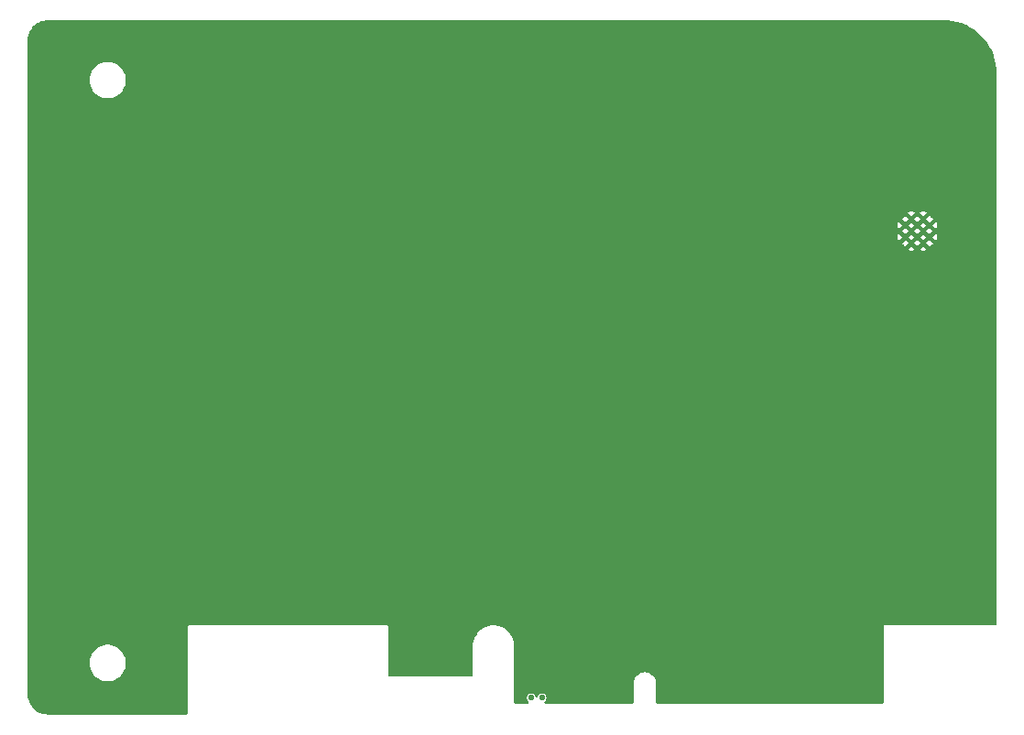
<source format=gbr>
G04 #@! TF.GenerationSoftware,KiCad,Pcbnew,8.0.4*
G04 #@! TF.CreationDate,2024-08-17T23:15:17-04:00*
G04 #@! TF.ProjectId,PCIexpress_x4_low,50434965-7870-4726-9573-735f78345f6c,rev?*
G04 #@! TF.SameCoordinates,Original*
G04 #@! TF.FileFunction,Copper,L3,Inr*
G04 #@! TF.FilePolarity,Positive*
%FSLAX46Y46*%
G04 Gerber Fmt 4.6, Leading zero omitted, Abs format (unit mm)*
G04 Created by KiCad (PCBNEW 8.0.4) date 2024-08-17 23:15:17*
%MOMM*%
%LPD*%
G01*
G04 APERTURE LIST*
G04 #@! TA.AperFunction,ComponentPad*
%ADD10C,0.400000*%
G04 #@! TD*
G04 #@! TA.AperFunction,ViaPad*
%ADD11C,0.550000*%
G04 #@! TD*
G04 APERTURE END LIST*
D10*
X145725000Y-145385000D03*
X145725000Y-144285000D03*
X146275000Y-145935000D03*
X146275000Y-144835000D03*
X146275000Y-143735000D03*
X146825000Y-145385000D03*
X146825000Y-144285000D03*
X147375000Y-145935000D03*
X147375000Y-144835000D03*
X147375000Y-143735000D03*
X147925000Y-145385000D03*
X147925000Y-144285000D03*
D11*
X124125000Y-185500000D03*
X143125000Y-185500000D03*
X135625000Y-185500000D03*
X139625000Y-185500000D03*
X133625000Y-185500000D03*
X129125000Y-185500000D03*
X126625000Y-185500000D03*
X131625000Y-185500000D03*
X137625000Y-185500000D03*
X131625000Y-186500000D03*
X143125000Y-186500000D03*
X135625000Y-186500000D03*
X133625000Y-187500000D03*
X133625000Y-186500000D03*
X129125000Y-187500000D03*
X113125000Y-188000000D03*
X137625000Y-186500000D03*
X126625000Y-186500000D03*
X131625000Y-187500000D03*
X124125000Y-187500000D03*
X124125000Y-186500000D03*
X137625000Y-187500000D03*
X139625000Y-186500000D03*
X135625000Y-187500000D03*
X126625000Y-187500000D03*
X129125000Y-186500000D03*
X139625000Y-187500000D03*
X143125000Y-187500000D03*
X111125000Y-188000000D03*
X112125000Y-188000000D03*
G04 #@! TA.AperFunction,Conductor*
G36*
X149227702Y-125300618D02*
G01*
X149241221Y-125301208D01*
X149648810Y-125319003D01*
X149659547Y-125319943D01*
X150074771Y-125374608D01*
X150085397Y-125376481D01*
X150494286Y-125467130D01*
X150504698Y-125469919D01*
X150904132Y-125595861D01*
X150914267Y-125599550D01*
X151301191Y-125759819D01*
X151310982Y-125764385D01*
X151682442Y-125957755D01*
X151691810Y-125963163D01*
X152045014Y-126188179D01*
X152053875Y-126194384D01*
X152386115Y-126449320D01*
X152394402Y-126456274D01*
X152703155Y-126739195D01*
X152710804Y-126746844D01*
X152993725Y-127055597D01*
X153000679Y-127063884D01*
X153255615Y-127396124D01*
X153261820Y-127404985D01*
X153486836Y-127758189D01*
X153492244Y-127767557D01*
X153685611Y-128139010D01*
X153690183Y-128148814D01*
X153850443Y-128535717D01*
X153854142Y-128545880D01*
X153926553Y-128775538D01*
X153980074Y-128945282D01*
X153982874Y-128955732D01*
X154073515Y-129364589D01*
X154075393Y-129375242D01*
X154130054Y-129790432D01*
X154130997Y-129801208D01*
X154147661Y-130182891D01*
X154149382Y-130222297D01*
X154149500Y-130227706D01*
X154149500Y-181153859D01*
X154129815Y-181220898D01*
X154077011Y-181266653D01*
X154026687Y-181277853D01*
X151765302Y-181299494D01*
X151764115Y-181299500D01*
X143759982Y-181299500D01*
X143732231Y-181310995D01*
X143710995Y-181332231D01*
X143699500Y-181359982D01*
X143699500Y-188401000D01*
X143679815Y-188468039D01*
X143627011Y-188513794D01*
X143575500Y-188525000D01*
X122774500Y-188525000D01*
X122707461Y-188505315D01*
X122661706Y-188452511D01*
X122650500Y-188401000D01*
X122650500Y-186579975D01*
X122636371Y-186504394D01*
X122615577Y-186393156D01*
X122546922Y-186215937D01*
X122446872Y-186054351D01*
X122318834Y-185913900D01*
X122167169Y-185799367D01*
X122010767Y-185721488D01*
X121997041Y-185714653D01*
X121997042Y-185714653D01*
X121892142Y-185684807D01*
X121814242Y-185662643D01*
X121814239Y-185662642D01*
X121814241Y-185662642D01*
X121625001Y-185645107D01*
X121624999Y-185645107D01*
X121435760Y-185662642D01*
X121252957Y-185714653D01*
X121082830Y-185799367D01*
X120931164Y-185913901D01*
X120803129Y-186054349D01*
X120703077Y-186215938D01*
X120703075Y-186215942D01*
X120655383Y-186339052D01*
X120634423Y-186393156D01*
X120623704Y-186450500D01*
X120599500Y-186579975D01*
X120599500Y-188401000D01*
X120579815Y-188468039D01*
X120527011Y-188513794D01*
X120475500Y-188525000D01*
X112465755Y-188525000D01*
X112398716Y-188505315D01*
X112352961Y-188452511D01*
X112343017Y-188383353D01*
X112372042Y-188319797D01*
X112378074Y-188313319D01*
X112453045Y-188238347D01*
X112453050Y-188238342D01*
X112510646Y-188125304D01*
X112510646Y-188125302D01*
X112510647Y-188125301D01*
X112510647Y-188125300D01*
X112530492Y-188000003D01*
X112530492Y-187999996D01*
X112510647Y-187874699D01*
X112510647Y-187874698D01*
X112507281Y-187868092D01*
X112453050Y-187761658D01*
X112453046Y-187761654D01*
X112453045Y-187761652D01*
X112363347Y-187671954D01*
X112363344Y-187671952D01*
X112363342Y-187671950D01*
X112250304Y-187614354D01*
X112250303Y-187614353D01*
X112250300Y-187614352D01*
X112125003Y-187594508D01*
X112124997Y-187594508D01*
X111999699Y-187614352D01*
X111999698Y-187614352D01*
X111924337Y-187652751D01*
X111886658Y-187671950D01*
X111886657Y-187671951D01*
X111886652Y-187671954D01*
X111796954Y-187761652D01*
X111796949Y-187761659D01*
X111735484Y-187882290D01*
X111687510Y-187933085D01*
X111619689Y-187949880D01*
X111553554Y-187927342D01*
X111514516Y-187882290D01*
X111480150Y-187814845D01*
X111453050Y-187761658D01*
X111453047Y-187761655D01*
X111453045Y-187761652D01*
X111363347Y-187671954D01*
X111363344Y-187671952D01*
X111363342Y-187671950D01*
X111250304Y-187614354D01*
X111250303Y-187614353D01*
X111250300Y-187614352D01*
X111125003Y-187594508D01*
X111124997Y-187594508D01*
X110999699Y-187614352D01*
X110999698Y-187614352D01*
X110924337Y-187652751D01*
X110886658Y-187671950D01*
X110886657Y-187671951D01*
X110886652Y-187671954D01*
X110796954Y-187761652D01*
X110796951Y-187761657D01*
X110796950Y-187761658D01*
X110777751Y-187799337D01*
X110739352Y-187874698D01*
X110739352Y-187874699D01*
X110719508Y-187999996D01*
X110719508Y-188000003D01*
X110739352Y-188125300D01*
X110739352Y-188125301D01*
X110757805Y-188161517D01*
X110796950Y-188238342D01*
X110796952Y-188238344D01*
X110796954Y-188238347D01*
X110871926Y-188313319D01*
X110905411Y-188374642D01*
X110900427Y-188444334D01*
X110858555Y-188500267D01*
X110793091Y-188524684D01*
X110784245Y-188525000D01*
X109674500Y-188525000D01*
X109607461Y-188505315D01*
X109561706Y-188452511D01*
X109550500Y-188401000D01*
X109550500Y-183070001D01*
X109534146Y-182951020D01*
X109515097Y-182812428D01*
X109444951Y-182562074D01*
X109444949Y-182562069D01*
X109341373Y-182323610D01*
X109206279Y-182101458D01*
X109042201Y-181899780D01*
X109042199Y-181899777D01*
X108922811Y-181788276D01*
X108852190Y-181722320D01*
X108852187Y-181722317D01*
X108852185Y-181722316D01*
X108639777Y-181572381D01*
X108639778Y-181572381D01*
X108408927Y-181452765D01*
X108163952Y-181365700D01*
X108163950Y-181365699D01*
X107981580Y-181327803D01*
X107909389Y-181312802D01*
X107909387Y-181312801D01*
X107909383Y-181312801D01*
X107650000Y-181295059D01*
X107390616Y-181312801D01*
X107136049Y-181365699D01*
X107136047Y-181365700D01*
X106891072Y-181452765D01*
X106660222Y-181572381D01*
X106608914Y-181608599D01*
X106447815Y-181722316D01*
X106447812Y-181722317D01*
X106447810Y-181722320D01*
X106447809Y-181722320D01*
X106257798Y-181899780D01*
X106093720Y-182101458D01*
X105958626Y-182323610D01*
X105855050Y-182562069D01*
X105784904Y-182812422D01*
X105784903Y-182812428D01*
X105749500Y-183070001D01*
X105749500Y-185876000D01*
X105729815Y-185943039D01*
X105677011Y-185988794D01*
X105625500Y-186000000D01*
X98024500Y-186000000D01*
X97957461Y-185980315D01*
X97911706Y-185927511D01*
X97900500Y-185876000D01*
X97900500Y-181359983D01*
X97900500Y-181359982D01*
X97889006Y-181332233D01*
X97867767Y-181310994D01*
X97840018Y-181299500D01*
X79490018Y-181299500D01*
X79459982Y-181299500D01*
X79432231Y-181310995D01*
X79410995Y-181332231D01*
X79399500Y-181359982D01*
X79399500Y-189425500D01*
X79379815Y-189492539D01*
X79327011Y-189538294D01*
X79275500Y-189549500D01*
X66479067Y-189549500D01*
X66470957Y-189549235D01*
X66231906Y-189533567D01*
X66215825Y-189531449D01*
X65984872Y-189485509D01*
X65969210Y-189481312D01*
X65746220Y-189405617D01*
X65731238Y-189399412D01*
X65520039Y-189295260D01*
X65505993Y-189287150D01*
X65310197Y-189156324D01*
X65297328Y-189146450D01*
X65120283Y-188991185D01*
X65108814Y-188979716D01*
X64953549Y-188802671D01*
X64943675Y-188789802D01*
X64812849Y-188594006D01*
X64804739Y-188579960D01*
X64777480Y-188524684D01*
X64700584Y-188368754D01*
X64694384Y-188353787D01*
X64618683Y-188130779D01*
X64614492Y-188115136D01*
X64568548Y-187884165D01*
X64566433Y-187868102D01*
X64550765Y-187629042D01*
X64550500Y-187620933D01*
X64550500Y-184774995D01*
X70294802Y-184774995D01*
X70294802Y-184775004D01*
X70313567Y-185025419D01*
X70369445Y-185270235D01*
X70369448Y-185270247D01*
X70369450Y-185270252D01*
X70461194Y-185504011D01*
X70461193Y-185504011D01*
X70540796Y-185641885D01*
X70586755Y-185721489D01*
X70691619Y-185852984D01*
X70743331Y-185917829D01*
X70840886Y-186008346D01*
X70927414Y-186088632D01*
X71134901Y-186230094D01*
X71134906Y-186230096D01*
X71134907Y-186230097D01*
X71134908Y-186230098D01*
X71240050Y-186280731D01*
X71361151Y-186339050D01*
X71361152Y-186339050D01*
X71361155Y-186339052D01*
X71601121Y-186413072D01*
X71849439Y-186450500D01*
X71849440Y-186450500D01*
X72100560Y-186450500D01*
X72100561Y-186450500D01*
X72348879Y-186413072D01*
X72588845Y-186339052D01*
X72815099Y-186230094D01*
X73022586Y-186088632D01*
X73165447Y-185956076D01*
X73206668Y-185917829D01*
X73206668Y-185917827D01*
X73206672Y-185917825D01*
X73363245Y-185721489D01*
X73488806Y-185504011D01*
X73580552Y-185270247D01*
X73636432Y-185025421D01*
X73655198Y-184775000D01*
X73636432Y-184524579D01*
X73580552Y-184279753D01*
X73488806Y-184045989D01*
X73488805Y-184045988D01*
X73488806Y-184045988D01*
X73392349Y-183878921D01*
X73363245Y-183828511D01*
X73206672Y-183632175D01*
X73206671Y-183632174D01*
X73206668Y-183632170D01*
X73022586Y-183461368D01*
X72815099Y-183319906D01*
X72815095Y-183319904D01*
X72815092Y-183319902D01*
X72815091Y-183319901D01*
X72588847Y-183210949D01*
X72588849Y-183210949D01*
X72348887Y-183136930D01*
X72348883Y-183136929D01*
X72348879Y-183136928D01*
X72229432Y-183118924D01*
X72100566Y-183099500D01*
X72100561Y-183099500D01*
X71849439Y-183099500D01*
X71849433Y-183099500D01*
X71694792Y-183122809D01*
X71601121Y-183136928D01*
X71601118Y-183136929D01*
X71601112Y-183136930D01*
X71361151Y-183210949D01*
X71134908Y-183319901D01*
X71134907Y-183319902D01*
X70927413Y-183461368D01*
X70743331Y-183632170D01*
X70586755Y-183828511D01*
X70461194Y-184045988D01*
X70369450Y-184279747D01*
X70369445Y-184279764D01*
X70313567Y-184524580D01*
X70294802Y-184774995D01*
X64550500Y-184774995D01*
X64550500Y-146556726D01*
X145936114Y-146556726D01*
X145936114Y-146556727D01*
X146022094Y-146601853D01*
X146189033Y-146643000D01*
X146360967Y-146643000D01*
X146527903Y-146601854D01*
X146613884Y-146556726D01*
X147036114Y-146556726D01*
X147036114Y-146556727D01*
X147122094Y-146601853D01*
X147289033Y-146643000D01*
X147460967Y-146643000D01*
X147627903Y-146601854D01*
X147713884Y-146556726D01*
X147375001Y-146217843D01*
X147375000Y-146217843D01*
X147036114Y-146556726D01*
X146613884Y-146556726D01*
X146275001Y-146217843D01*
X146275000Y-146217843D01*
X145936114Y-146556726D01*
X64550500Y-146556726D01*
X64550500Y-146006726D01*
X145386114Y-146006726D01*
X145386114Y-146006727D01*
X145472095Y-146051854D01*
X145508201Y-146060753D01*
X145568582Y-146095909D01*
X145594469Y-146137178D01*
X145643493Y-146266440D01*
X145650526Y-146276629D01*
X145992157Y-145935000D01*
X145992157Y-145934999D01*
X145962321Y-145905163D01*
X146125000Y-145905163D01*
X146125000Y-145964837D01*
X146147836Y-146019968D01*
X146190032Y-146062164D01*
X146245163Y-146085000D01*
X146304837Y-146085000D01*
X146359968Y-146062164D01*
X146402164Y-146019968D01*
X146425000Y-145964837D01*
X146425000Y-145935000D01*
X146557843Y-145935000D01*
X146825000Y-146202157D01*
X147092157Y-145935000D01*
X147062320Y-145905163D01*
X147225000Y-145905163D01*
X147225000Y-145964837D01*
X147247836Y-146019968D01*
X147290032Y-146062164D01*
X147345163Y-146085000D01*
X147404837Y-146085000D01*
X147459968Y-146062164D01*
X147502164Y-146019968D01*
X147525000Y-145964837D01*
X147525000Y-145935000D01*
X147657843Y-145935000D01*
X147999472Y-146276629D01*
X147999474Y-146276629D01*
X148006504Y-146266445D01*
X148055529Y-146137179D01*
X148097707Y-146081476D01*
X148141798Y-146060753D01*
X148177902Y-146051854D01*
X148263884Y-146006726D01*
X147925000Y-145667843D01*
X147657843Y-145935000D01*
X147525000Y-145935000D01*
X147525000Y-145905163D01*
X147502164Y-145850032D01*
X147459968Y-145807836D01*
X147404837Y-145785000D01*
X147345163Y-145785000D01*
X147290032Y-145807836D01*
X147247836Y-145850032D01*
X147225000Y-145905163D01*
X147062320Y-145905163D01*
X146825000Y-145667843D01*
X146557843Y-145935000D01*
X146425000Y-145935000D01*
X146425000Y-145905163D01*
X146402164Y-145850032D01*
X146359968Y-145807836D01*
X146304837Y-145785000D01*
X146245163Y-145785000D01*
X146190032Y-145807836D01*
X146147836Y-145850032D01*
X146125000Y-145905163D01*
X145962321Y-145905163D01*
X145725001Y-145667843D01*
X145725000Y-145667843D01*
X145386114Y-146006726D01*
X64550500Y-146006726D01*
X64550500Y-145384999D01*
X145011800Y-145384999D01*
X145011800Y-145385000D01*
X145032523Y-145555679D01*
X145093493Y-145716440D01*
X145100526Y-145726629D01*
X145442157Y-145385000D01*
X145412320Y-145355163D01*
X145575000Y-145355163D01*
X145575000Y-145414837D01*
X145597836Y-145469968D01*
X145640032Y-145512164D01*
X145695163Y-145535000D01*
X145754837Y-145535000D01*
X145809968Y-145512164D01*
X145852164Y-145469968D01*
X145875000Y-145414837D01*
X145875000Y-145385000D01*
X146007843Y-145385000D01*
X146275000Y-145652157D01*
X146542157Y-145385000D01*
X146512320Y-145355163D01*
X146675000Y-145355163D01*
X146675000Y-145414837D01*
X146697836Y-145469968D01*
X146740032Y-145512164D01*
X146795163Y-145535000D01*
X146854837Y-145535000D01*
X146909968Y-145512164D01*
X146952164Y-145469968D01*
X146975000Y-145414837D01*
X146975000Y-145385000D01*
X147107843Y-145385000D01*
X147375000Y-145652157D01*
X147642157Y-145385000D01*
X147612320Y-145355163D01*
X147775000Y-145355163D01*
X147775000Y-145414837D01*
X147797836Y-145469968D01*
X147840032Y-145512164D01*
X147895163Y-145535000D01*
X147954837Y-145535000D01*
X148009968Y-145512164D01*
X148052164Y-145469968D01*
X148075000Y-145414837D01*
X148075000Y-145384999D01*
X148207843Y-145384999D01*
X148207843Y-145385000D01*
X148549472Y-145726629D01*
X148549474Y-145726629D01*
X148556504Y-145716446D01*
X148617476Y-145555679D01*
X148638200Y-145385000D01*
X148638200Y-145384999D01*
X148617475Y-145214319D01*
X148556507Y-145053558D01*
X148549473Y-145043369D01*
X148207843Y-145384999D01*
X148075000Y-145384999D01*
X148075000Y-145355163D01*
X148052164Y-145300032D01*
X148009968Y-145257836D01*
X147954837Y-145235000D01*
X147895163Y-145235000D01*
X147840032Y-145257836D01*
X147797836Y-145300032D01*
X147775000Y-145355163D01*
X147612320Y-145355163D01*
X147375000Y-145117843D01*
X147107843Y-145385000D01*
X146975000Y-145385000D01*
X146975000Y-145355163D01*
X146952164Y-145300032D01*
X146909968Y-145257836D01*
X146854837Y-145235000D01*
X146795163Y-145235000D01*
X146740032Y-145257836D01*
X146697836Y-145300032D01*
X146675000Y-145355163D01*
X146512320Y-145355163D01*
X146275000Y-145117843D01*
X146007843Y-145385000D01*
X145875000Y-145385000D01*
X145875000Y-145355163D01*
X145852164Y-145300032D01*
X145809968Y-145257836D01*
X145754837Y-145235000D01*
X145695163Y-145235000D01*
X145640032Y-145257836D01*
X145597836Y-145300032D01*
X145575000Y-145355163D01*
X145412320Y-145355163D01*
X145100525Y-145043368D01*
X145093492Y-145053559D01*
X145032524Y-145214319D01*
X145011800Y-145384999D01*
X64550500Y-145384999D01*
X64550500Y-144835000D01*
X145457843Y-144835000D01*
X145725000Y-145102157D01*
X145992157Y-144835000D01*
X145962320Y-144805163D01*
X146125000Y-144805163D01*
X146125000Y-144864837D01*
X146147836Y-144919968D01*
X146190032Y-144962164D01*
X146245163Y-144985000D01*
X146304837Y-144985000D01*
X146359968Y-144962164D01*
X146402164Y-144919968D01*
X146425000Y-144864837D01*
X146425000Y-144835000D01*
X146557843Y-144835000D01*
X146825000Y-145102157D01*
X147092157Y-144835000D01*
X147062320Y-144805163D01*
X147225000Y-144805163D01*
X147225000Y-144864837D01*
X147247836Y-144919968D01*
X147290032Y-144962164D01*
X147345163Y-144985000D01*
X147404837Y-144985000D01*
X147459968Y-144962164D01*
X147502164Y-144919968D01*
X147525000Y-144864837D01*
X147525000Y-144835000D01*
X147657843Y-144835000D01*
X147925000Y-145102157D01*
X148192157Y-144835000D01*
X147925000Y-144567843D01*
X147657843Y-144835000D01*
X147525000Y-144835000D01*
X147525000Y-144805163D01*
X147502164Y-144750032D01*
X147459968Y-144707836D01*
X147404837Y-144685000D01*
X147345163Y-144685000D01*
X147290032Y-144707836D01*
X147247836Y-144750032D01*
X147225000Y-144805163D01*
X147062320Y-144805163D01*
X146825000Y-144567843D01*
X146557843Y-144835000D01*
X146425000Y-144835000D01*
X146425000Y-144805163D01*
X146402164Y-144750032D01*
X146359968Y-144707836D01*
X146304837Y-144685000D01*
X146245163Y-144685000D01*
X146190032Y-144707836D01*
X146147836Y-144750032D01*
X146125000Y-144805163D01*
X145962320Y-144805163D01*
X145725000Y-144567843D01*
X145457843Y-144835000D01*
X64550500Y-144835000D01*
X64550500Y-144284999D01*
X145011800Y-144284999D01*
X145011800Y-144285000D01*
X145032523Y-144455679D01*
X145093493Y-144616440D01*
X145100526Y-144626629D01*
X145442157Y-144285000D01*
X145412320Y-144255163D01*
X145575000Y-144255163D01*
X145575000Y-144314837D01*
X145597836Y-144369968D01*
X145640032Y-144412164D01*
X145695163Y-144435000D01*
X145754837Y-144435000D01*
X145809968Y-144412164D01*
X145852164Y-144369968D01*
X145875000Y-144314837D01*
X145875000Y-144285000D01*
X146007843Y-144285000D01*
X146275000Y-144552157D01*
X146542157Y-144285000D01*
X146512320Y-144255163D01*
X146675000Y-144255163D01*
X146675000Y-144314837D01*
X146697836Y-144369968D01*
X146740032Y-144412164D01*
X146795163Y-144435000D01*
X146854837Y-144435000D01*
X146909968Y-144412164D01*
X146952164Y-144369968D01*
X146975000Y-144314837D01*
X146975000Y-144285000D01*
X147107843Y-144285000D01*
X147375000Y-144552157D01*
X147642157Y-144285000D01*
X147612320Y-144255163D01*
X147775000Y-144255163D01*
X147775000Y-144314837D01*
X147797836Y-144369968D01*
X147840032Y-144412164D01*
X147895163Y-144435000D01*
X147954837Y-144435000D01*
X148009968Y-144412164D01*
X148052164Y-144369968D01*
X148075000Y-144314837D01*
X148075000Y-144284999D01*
X148207843Y-144284999D01*
X148207843Y-144285000D01*
X148549472Y-144626629D01*
X148549474Y-144626629D01*
X148556504Y-144616446D01*
X148617476Y-144455679D01*
X148638200Y-144285000D01*
X148638200Y-144284999D01*
X148617475Y-144114319D01*
X148556507Y-143953558D01*
X148549473Y-143943369D01*
X148207843Y-144284999D01*
X148075000Y-144284999D01*
X148075000Y-144255163D01*
X148052164Y-144200032D01*
X148009968Y-144157836D01*
X147954837Y-144135000D01*
X147895163Y-144135000D01*
X147840032Y-144157836D01*
X147797836Y-144200032D01*
X147775000Y-144255163D01*
X147612320Y-144255163D01*
X147375000Y-144017843D01*
X147107843Y-144285000D01*
X146975000Y-144285000D01*
X146975000Y-144255163D01*
X146952164Y-144200032D01*
X146909968Y-144157836D01*
X146854837Y-144135000D01*
X146795163Y-144135000D01*
X146740032Y-144157836D01*
X146697836Y-144200032D01*
X146675000Y-144255163D01*
X146512320Y-144255163D01*
X146275000Y-144017843D01*
X146007843Y-144285000D01*
X145875000Y-144285000D01*
X145875000Y-144255163D01*
X145852164Y-144200032D01*
X145809968Y-144157836D01*
X145754837Y-144135000D01*
X145695163Y-144135000D01*
X145640032Y-144157836D01*
X145597836Y-144200032D01*
X145575000Y-144255163D01*
X145412320Y-144255163D01*
X145100525Y-143943368D01*
X145093492Y-143953559D01*
X145032524Y-144114319D01*
X145011800Y-144284999D01*
X64550500Y-144284999D01*
X64550500Y-143663272D01*
X145386115Y-143663272D01*
X145725000Y-144002157D01*
X145992157Y-143735000D01*
X145962320Y-143705163D01*
X146125000Y-143705163D01*
X146125000Y-143764837D01*
X146147836Y-143819968D01*
X146190032Y-143862164D01*
X146245163Y-143885000D01*
X146304837Y-143885000D01*
X146359968Y-143862164D01*
X146402164Y-143819968D01*
X146425000Y-143764837D01*
X146425000Y-143735000D01*
X146557843Y-143735000D01*
X146825000Y-144002157D01*
X147092157Y-143735000D01*
X147062320Y-143705163D01*
X147225000Y-143705163D01*
X147225000Y-143764837D01*
X147247836Y-143819968D01*
X147290032Y-143862164D01*
X147345163Y-143885000D01*
X147404837Y-143885000D01*
X147459968Y-143862164D01*
X147502164Y-143819968D01*
X147525000Y-143764837D01*
X147525000Y-143734999D01*
X147657843Y-143734999D01*
X147657843Y-143735000D01*
X147925000Y-144002157D01*
X147925001Y-144002157D01*
X148263884Y-143663272D01*
X148177900Y-143618144D01*
X148141793Y-143609244D01*
X148081413Y-143574087D01*
X148055529Y-143532819D01*
X148006506Y-143403558D01*
X147999473Y-143393369D01*
X147657843Y-143734999D01*
X147525000Y-143734999D01*
X147525000Y-143705163D01*
X147502164Y-143650032D01*
X147459968Y-143607836D01*
X147404837Y-143585000D01*
X147345163Y-143585000D01*
X147290032Y-143607836D01*
X147247836Y-143650032D01*
X147225000Y-143705163D01*
X147062320Y-143705163D01*
X146825000Y-143467843D01*
X146557843Y-143735000D01*
X146425000Y-143735000D01*
X146425000Y-143705163D01*
X146402164Y-143650032D01*
X146359968Y-143607836D01*
X146304837Y-143585000D01*
X146245163Y-143585000D01*
X146190032Y-143607836D01*
X146147836Y-143650032D01*
X146125000Y-143705163D01*
X145962320Y-143705163D01*
X145650525Y-143393368D01*
X145643493Y-143403558D01*
X145594470Y-143532820D01*
X145552292Y-143588522D01*
X145508207Y-143609244D01*
X145472098Y-143618145D01*
X145386115Y-143663272D01*
X64550500Y-143663272D01*
X64550500Y-143113272D01*
X145936115Y-143113272D01*
X146275000Y-143452157D01*
X146275001Y-143452157D01*
X146613883Y-143113272D01*
X147036115Y-143113272D01*
X147375000Y-143452157D01*
X147375001Y-143452157D01*
X147713884Y-143113271D01*
X147627902Y-143068145D01*
X147460967Y-143027000D01*
X147289033Y-143027000D01*
X147122097Y-143068145D01*
X147036115Y-143113272D01*
X146613883Y-143113272D01*
X146613884Y-143113271D01*
X146527902Y-143068145D01*
X146360967Y-143027000D01*
X146189033Y-143027000D01*
X146022097Y-143068145D01*
X145936115Y-143113272D01*
X64550500Y-143113272D01*
X64550500Y-130874995D01*
X70294802Y-130874995D01*
X70294802Y-130875004D01*
X70313567Y-131125419D01*
X70369445Y-131370235D01*
X70369448Y-131370247D01*
X70369450Y-131370252D01*
X70461194Y-131604011D01*
X70461193Y-131604011D01*
X70540796Y-131741885D01*
X70586755Y-131821489D01*
X70691619Y-131952984D01*
X70743331Y-132017829D01*
X70840886Y-132108346D01*
X70927414Y-132188632D01*
X71134901Y-132330094D01*
X71134906Y-132330096D01*
X71134907Y-132330097D01*
X71134908Y-132330098D01*
X71240050Y-132380731D01*
X71361151Y-132439050D01*
X71361152Y-132439050D01*
X71361155Y-132439052D01*
X71601121Y-132513072D01*
X71849439Y-132550500D01*
X71849440Y-132550500D01*
X72100560Y-132550500D01*
X72100561Y-132550500D01*
X72348879Y-132513072D01*
X72588845Y-132439052D01*
X72815099Y-132330094D01*
X73022586Y-132188632D01*
X73206672Y-132017825D01*
X73363245Y-131821489D01*
X73488806Y-131604011D01*
X73580552Y-131370247D01*
X73636432Y-131125421D01*
X73655198Y-130875000D01*
X73636432Y-130624579D01*
X73580552Y-130379753D01*
X73488806Y-130145989D01*
X73488805Y-130145988D01*
X73488806Y-130145988D01*
X73392349Y-129978921D01*
X73363245Y-129928511D01*
X73206672Y-129732175D01*
X73206671Y-129732174D01*
X73206668Y-129732170D01*
X73022586Y-129561368D01*
X72815099Y-129419906D01*
X72815095Y-129419904D01*
X72815092Y-129419902D01*
X72815091Y-129419901D01*
X72588847Y-129310949D01*
X72588849Y-129310949D01*
X72348887Y-129236930D01*
X72348883Y-129236929D01*
X72348879Y-129236928D01*
X72229432Y-129218924D01*
X72100566Y-129199500D01*
X72100561Y-129199500D01*
X71849439Y-129199500D01*
X71849433Y-129199500D01*
X71694792Y-129222809D01*
X71601121Y-129236928D01*
X71601118Y-129236929D01*
X71601112Y-129236930D01*
X71361151Y-129310949D01*
X71134908Y-129419901D01*
X71134907Y-129419902D01*
X70927413Y-129561368D01*
X70743331Y-129732170D01*
X70586755Y-129928511D01*
X70461194Y-130145988D01*
X70369450Y-130379747D01*
X70369445Y-130379764D01*
X70313567Y-130624580D01*
X70294802Y-130874995D01*
X64550500Y-130874995D01*
X64550500Y-127229066D01*
X64550765Y-127220957D01*
X64559416Y-127088965D01*
X64566433Y-126981895D01*
X64568548Y-126965836D01*
X64614493Y-126734859D01*
X64618682Y-126719224D01*
X64694386Y-126496206D01*
X64700581Y-126481251D01*
X64804742Y-126270033D01*
X64812849Y-126255993D01*
X64858161Y-126188179D01*
X64943678Y-126060192D01*
X64953540Y-126047339D01*
X65108819Y-125870277D01*
X65120277Y-125858819D01*
X65297339Y-125703540D01*
X65310192Y-125693678D01*
X65505993Y-125562849D01*
X65520033Y-125554742D01*
X65731251Y-125450581D01*
X65746206Y-125444386D01*
X65969224Y-125368682D01*
X65984859Y-125364493D01*
X66215836Y-125318548D01*
X66231895Y-125316433D01*
X66448904Y-125302210D01*
X66470958Y-125300765D01*
X66479067Y-125300500D01*
X66499531Y-125300500D01*
X149200469Y-125300500D01*
X149222294Y-125300500D01*
X149227702Y-125300618D01*
G37*
G04 #@! TD.AperFunction*
M02*

</source>
